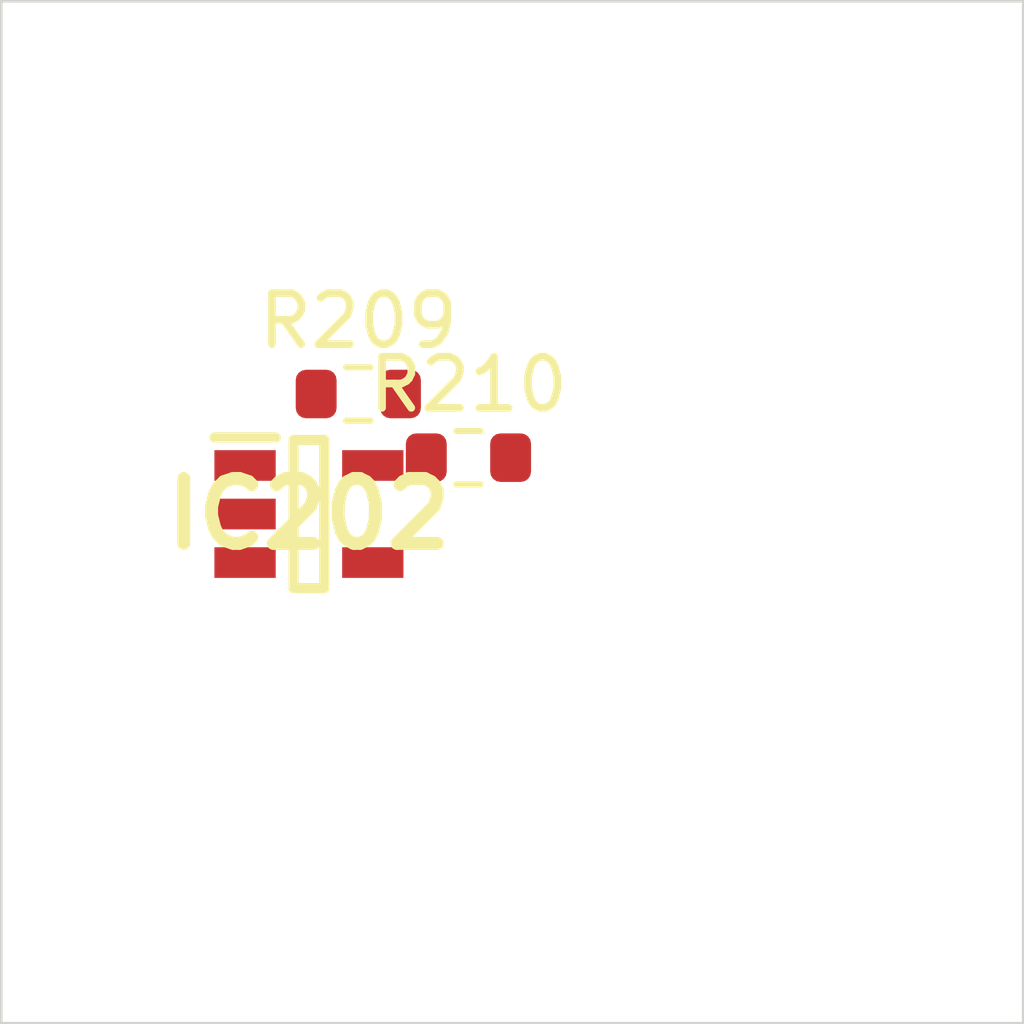
<source format=kicad_pcb>
 ( kicad_pcb  ( version 20171130 )
 ( host pcbnew 5.1.12-84ad8e8a86~92~ubuntu18.04.1 )
 ( general  ( thickness 1.6 )
 ( drawings 4 )
 ( tracks 0 )
 ( zones 0 )
 ( modules 3 )
 ( nets 5 )
)
 ( page A4 )
 ( layers  ( 0 F.Cu signal )
 ( 31 B.Cu signal )
 ( 32 B.Adhes user )
 ( 33 F.Adhes user )
 ( 34 B.Paste user )
 ( 35 F.Paste user )
 ( 36 B.SilkS user )
 ( 37 F.SilkS user )
 ( 38 B.Mask user )
 ( 39 F.Mask user )
 ( 40 Dwgs.User user )
 ( 41 Cmts.User user )
 ( 42 Eco1.User user )
 ( 43 Eco2.User user )
 ( 44 Edge.Cuts user )
 ( 45 Margin user )
 ( 46 B.CrtYd user )
 ( 47 F.CrtYd user )
 ( 48 B.Fab user )
 ( 49 F.Fab user )
)
 ( setup  ( last_trace_width 0.25 )
 ( trace_clearance 0.2 )
 ( zone_clearance 0.508 )
 ( zone_45_only no )
 ( trace_min 0.2 )
 ( via_size 0.8 )
 ( via_drill 0.4 )
 ( via_min_size 0.4 )
 ( via_min_drill 0.3 )
 ( uvia_size 0.3 )
 ( uvia_drill 0.1 )
 ( uvias_allowed no )
 ( uvia_min_size 0.2 )
 ( uvia_min_drill 0.1 )
 ( edge_width 0.05 )
 ( segment_width 0.2 )
 ( pcb_text_width 0.3 )
 ( pcb_text_size 1.5 1.5 )
 ( mod_edge_width 0.12 )
 ( mod_text_size 1 1 )
 ( mod_text_width 0.15 )
 ( pad_size 1.524 1.524 )
 ( pad_drill 0.762 )
 ( pad_to_mask_clearance 0 )
 ( aux_axis_origin 0 0 )
 ( visible_elements FFFFFF7F )
 ( pcbplotparams  ( layerselection 0x010fc_ffffffff )
 ( usegerberextensions false )
 ( usegerberattributes true )
 ( usegerberadvancedattributes true )
 ( creategerberjobfile true )
 ( excludeedgelayer true )
 ( linewidth 0.100000 )
 ( plotframeref false )
 ( viasonmask false )
 ( mode 1 )
 ( useauxorigin false )
 ( hpglpennumber 1 )
 ( hpglpenspeed 20 )
 ( hpglpendiameter 15.000000 )
 ( psnegative false )
 ( psa4output false )
 ( plotreference true )
 ( plotvalue true )
 ( plotinvisibletext false )
 ( padsonsilk false )
 ( subtractmaskfromsilk false )
 ( outputformat 1 )
 ( mirror false )
 ( drillshape 1 )
 ( scaleselection 1 )
 ( outputdirectory "" )
)
)
 ( net 0 "" )
 ( net 1 GND )
 ( net 2 VDDA )
 ( net 3 /Sheet6235D886/vp )
 ( net 4 "Net-(IC202-Pad3)" )
 ( net_class Default "This is the default net class."  ( clearance 0.2 )
 ( trace_width 0.25 )
 ( via_dia 0.8 )
 ( via_drill 0.4 )
 ( uvia_dia 0.3 )
 ( uvia_drill 0.1 )
 ( add_net /Sheet6235D886/vp )
 ( add_net GND )
 ( add_net "Net-(IC202-Pad3)" )
 ( add_net VDDA )
)
 ( module SOT95P280X145-5N locked  ( layer F.Cu )
 ( tedit 62336ED7 )
 ( tstamp 623423ED )
 ( at 86.020900 110.035000 )
 ( descr DBV0005A )
 ( tags "Integrated Circuit" )
 ( path /6235D887/6266C08E )
 ( attr smd )
 ( fp_text reference IC202  ( at 0 0 )
 ( layer F.SilkS )
 ( effects  ( font  ( size 1.27 1.27 )
 ( thickness 0.254 )
)
)
)
 ( fp_text value TL071HIDBVR  ( at 0 0 )
 ( layer F.SilkS )
hide  ( effects  ( font  ( size 1.27 1.27 )
 ( thickness 0.254 )
)
)
)
 ( fp_line  ( start -1.85 -1.5 )
 ( end -0.65 -1.5 )
 ( layer F.SilkS )
 ( width 0.2 )
)
 ( fp_line  ( start -0.3 1.45 )
 ( end -0.3 -1.45 )
 ( layer F.SilkS )
 ( width 0.2 )
)
 ( fp_line  ( start 0.3 1.45 )
 ( end -0.3 1.45 )
 ( layer F.SilkS )
 ( width 0.2 )
)
 ( fp_line  ( start 0.3 -1.45 )
 ( end 0.3 1.45 )
 ( layer F.SilkS )
 ( width 0.2 )
)
 ( fp_line  ( start -0.3 -1.45 )
 ( end 0.3 -1.45 )
 ( layer F.SilkS )
 ( width 0.2 )
)
 ( fp_line  ( start -0.8 -0.5 )
 ( end 0.15 -1.45 )
 ( layer Dwgs.User )
 ( width 0.1 )
)
 ( fp_line  ( start -0.8 1.45 )
 ( end -0.8 -1.45 )
 ( layer Dwgs.User )
 ( width 0.1 )
)
 ( fp_line  ( start 0.8 1.45 )
 ( end -0.8 1.45 )
 ( layer Dwgs.User )
 ( width 0.1 )
)
 ( fp_line  ( start 0.8 -1.45 )
 ( end 0.8 1.45 )
 ( layer Dwgs.User )
 ( width 0.1 )
)
 ( fp_line  ( start -0.8 -1.45 )
 ( end 0.8 -1.45 )
 ( layer Dwgs.User )
 ( width 0.1 )
)
 ( fp_line  ( start -2.1 1.775 )
 ( end -2.1 -1.775 )
 ( layer Dwgs.User )
 ( width 0.05 )
)
 ( fp_line  ( start 2.1 1.775 )
 ( end -2.1 1.775 )
 ( layer Dwgs.User )
 ( width 0.05 )
)
 ( fp_line  ( start 2.1 -1.775 )
 ( end 2.1 1.775 )
 ( layer Dwgs.User )
 ( width 0.05 )
)
 ( fp_line  ( start -2.1 -1.775 )
 ( end 2.1 -1.775 )
 ( layer Dwgs.User )
 ( width 0.05 )
)
 ( pad 1 smd rect  ( at -1.25 -0.95 90.000000 )
 ( size 0.6 1.2 )
 ( layers F.Cu F.Mask F.Paste )
 ( net 3 /Sheet6235D886/vp )
)
 ( pad 2 smd rect  ( at -1.25 0 90.000000 )
 ( size 0.6 1.2 )
 ( layers F.Cu F.Mask F.Paste )
 ( net 1 GND )
)
 ( pad 3 smd rect  ( at -1.25 0.95 90.000000 )
 ( size 0.6 1.2 )
 ( layers F.Cu F.Mask F.Paste )
 ( net 4 "Net-(IC202-Pad3)" )
)
 ( pad 4 smd rect  ( at 1.25 0.95 90.000000 )
 ( size 0.6 1.2 )
 ( layers F.Cu F.Mask F.Paste )
 ( net 3 /Sheet6235D886/vp )
)
 ( pad 5 smd rect  ( at 1.25 -0.95 90.000000 )
 ( size 0.6 1.2 )
 ( layers F.Cu F.Mask F.Paste )
 ( net 2 VDDA )
)
)
 ( module Resistor_SMD:R_0603_1608Metric  ( layer F.Cu )
 ( tedit 5F68FEEE )
 ( tstamp 62342595 )
 ( at 86.987700 107.686000 )
 ( descr "Resistor SMD 0603 (1608 Metric), square (rectangular) end terminal, IPC_7351 nominal, (Body size source: IPC-SM-782 page 72, https://www.pcb-3d.com/wordpress/wp-content/uploads/ipc-sm-782a_amendment_1_and_2.pdf), generated with kicad-footprint-generator" )
 ( tags resistor )
 ( path /6235D887/623CDBD9 )
 ( attr smd )
 ( fp_text reference R209  ( at 0 -1.43 )
 ( layer F.SilkS )
 ( effects  ( font  ( size 1 1 )
 ( thickness 0.15 )
)
)
)
 ( fp_text value 100k  ( at 0 1.43 )
 ( layer F.Fab )
 ( effects  ( font  ( size 1 1 )
 ( thickness 0.15 )
)
)
)
 ( fp_line  ( start -0.8 0.4125 )
 ( end -0.8 -0.4125 )
 ( layer F.Fab )
 ( width 0.1 )
)
 ( fp_line  ( start -0.8 -0.4125 )
 ( end 0.8 -0.4125 )
 ( layer F.Fab )
 ( width 0.1 )
)
 ( fp_line  ( start 0.8 -0.4125 )
 ( end 0.8 0.4125 )
 ( layer F.Fab )
 ( width 0.1 )
)
 ( fp_line  ( start 0.8 0.4125 )
 ( end -0.8 0.4125 )
 ( layer F.Fab )
 ( width 0.1 )
)
 ( fp_line  ( start -0.237258 -0.5225 )
 ( end 0.237258 -0.5225 )
 ( layer F.SilkS )
 ( width 0.12 )
)
 ( fp_line  ( start -0.237258 0.5225 )
 ( end 0.237258 0.5225 )
 ( layer F.SilkS )
 ( width 0.12 )
)
 ( fp_line  ( start -1.48 0.73 )
 ( end -1.48 -0.73 )
 ( layer F.CrtYd )
 ( width 0.05 )
)
 ( fp_line  ( start -1.48 -0.73 )
 ( end 1.48 -0.73 )
 ( layer F.CrtYd )
 ( width 0.05 )
)
 ( fp_line  ( start 1.48 -0.73 )
 ( end 1.48 0.73 )
 ( layer F.CrtYd )
 ( width 0.05 )
)
 ( fp_line  ( start 1.48 0.73 )
 ( end -1.48 0.73 )
 ( layer F.CrtYd )
 ( width 0.05 )
)
 ( fp_text user %R  ( at 0 0 )
 ( layer F.Fab )
 ( effects  ( font  ( size 0.4 0.4 )
 ( thickness 0.06 )
)
)
)
 ( pad 1 smd roundrect  ( at -0.825 0 )
 ( size 0.8 0.95 )
 ( layers F.Cu F.Mask F.Paste )
 ( roundrect_rratio 0.25 )
 ( net 2 VDDA )
)
 ( pad 2 smd roundrect  ( at 0.825 0 )
 ( size 0.8 0.95 )
 ( layers F.Cu F.Mask F.Paste )
 ( roundrect_rratio 0.25 )
 ( net 4 "Net-(IC202-Pad3)" )
)
 ( model ${KISYS3DMOD}/Resistor_SMD.3dshapes/R_0603_1608Metric.wrl  ( at  ( xyz 0 0 0 )
)
 ( scale  ( xyz 1 1 1 )
)
 ( rotate  ( xyz 0 0 0 )
)
)
)
 ( module Resistor_SMD:R_0603_1608Metric  ( layer F.Cu )
 ( tedit 5F68FEEE )
 ( tstamp 623425A6 )
 ( at 89.143100 108.932000 )
 ( descr "Resistor SMD 0603 (1608 Metric), square (rectangular) end terminal, IPC_7351 nominal, (Body size source: IPC-SM-782 page 72, https://www.pcb-3d.com/wordpress/wp-content/uploads/ipc-sm-782a_amendment_1_and_2.pdf), generated with kicad-footprint-generator" )
 ( tags resistor )
 ( path /6235D887/623CDBDF )
 ( attr smd )
 ( fp_text reference R210  ( at 0 -1.43 )
 ( layer F.SilkS )
 ( effects  ( font  ( size 1 1 )
 ( thickness 0.15 )
)
)
)
 ( fp_text value 100k  ( at 0 1.43 )
 ( layer F.Fab )
 ( effects  ( font  ( size 1 1 )
 ( thickness 0.15 )
)
)
)
 ( fp_line  ( start 1.48 0.73 )
 ( end -1.48 0.73 )
 ( layer F.CrtYd )
 ( width 0.05 )
)
 ( fp_line  ( start 1.48 -0.73 )
 ( end 1.48 0.73 )
 ( layer F.CrtYd )
 ( width 0.05 )
)
 ( fp_line  ( start -1.48 -0.73 )
 ( end 1.48 -0.73 )
 ( layer F.CrtYd )
 ( width 0.05 )
)
 ( fp_line  ( start -1.48 0.73 )
 ( end -1.48 -0.73 )
 ( layer F.CrtYd )
 ( width 0.05 )
)
 ( fp_line  ( start -0.237258 0.5225 )
 ( end 0.237258 0.5225 )
 ( layer F.SilkS )
 ( width 0.12 )
)
 ( fp_line  ( start -0.237258 -0.5225 )
 ( end 0.237258 -0.5225 )
 ( layer F.SilkS )
 ( width 0.12 )
)
 ( fp_line  ( start 0.8 0.4125 )
 ( end -0.8 0.4125 )
 ( layer F.Fab )
 ( width 0.1 )
)
 ( fp_line  ( start 0.8 -0.4125 )
 ( end 0.8 0.4125 )
 ( layer F.Fab )
 ( width 0.1 )
)
 ( fp_line  ( start -0.8 -0.4125 )
 ( end 0.8 -0.4125 )
 ( layer F.Fab )
 ( width 0.1 )
)
 ( fp_line  ( start -0.8 0.4125 )
 ( end -0.8 -0.4125 )
 ( layer F.Fab )
 ( width 0.1 )
)
 ( fp_text user %R  ( at 0 0 )
 ( layer F.Fab )
 ( effects  ( font  ( size 0.4 0.4 )
 ( thickness 0.06 )
)
)
)
 ( pad 2 smd roundrect  ( at 0.825 0 )
 ( size 0.8 0.95 )
 ( layers F.Cu F.Mask F.Paste )
 ( roundrect_rratio 0.25 )
 ( net 1 GND )
)
 ( pad 1 smd roundrect  ( at -0.825 0 )
 ( size 0.8 0.95 )
 ( layers F.Cu F.Mask F.Paste )
 ( roundrect_rratio 0.25 )
 ( net 4 "Net-(IC202-Pad3)" )
)
 ( model ${KISYS3DMOD}/Resistor_SMD.3dshapes/R_0603_1608Metric.wrl  ( at  ( xyz 0 0 0 )
)
 ( scale  ( xyz 1 1 1 )
)
 ( rotate  ( xyz 0 0 0 )
)
)
)
 ( gr_line  ( start 100 100 )
 ( end 100 120 )
 ( layer Edge.Cuts )
 ( width 0.05 )
 ( tstamp 62E770C4 )
)
 ( gr_line  ( start 80 120 )
 ( end 100 120 )
 ( layer Edge.Cuts )
 ( width 0.05 )
 ( tstamp 62E770C0 )
)
 ( gr_line  ( start 80 100 )
 ( end 100 100 )
 ( layer Edge.Cuts )
 ( width 0.05 )
 ( tstamp 6234110C )
)
 ( gr_line  ( start 80 100 )
 ( end 80 120 )
 ( layer Edge.Cuts )
 ( width 0.05 )
)
)

</source>
